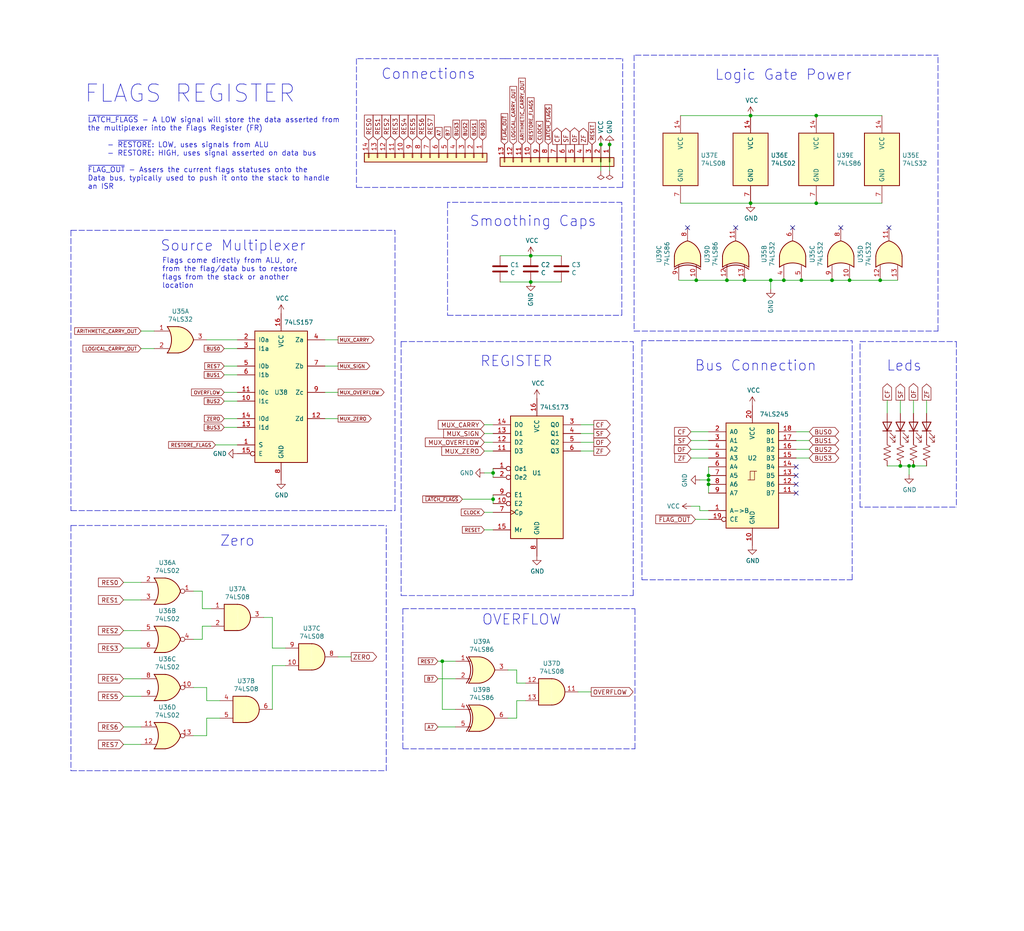
<source format=kicad_sch>
(kicad_sch (version 20211123) (generator eeschema)
  (paper "User" 297.002 270.002)
  (title_block (title "Flags Register") (date "2022-01-03") (rev "3") (company "theWickedWebDev/8-Bit-Computer") (comment 1 "For storing and asserting current flag statuses from ALU"))
  (lib_symbols
    (symbol "74xx:74LS02" (pin_names (offset 1.016))
      (property "Reference" "U" (at 0 1.27 0))
      (property "Value" "74LS02" (at 0 -1.27 0))
      (symbol "74LS02_1_1"
        (pin output inverted (at 7.62 0 180) (length 3.81) (name "~") (number "1"))
        (pin input line (at -7.62 2.54 0) (length 4.318) (name "~") (number "2"))
        (pin input line (at -7.62 -2.54 0) (length 4.318) (name "~") (number "3"))
      )
      (symbol "74LS02_1_2"
        (pin output line (at 7.62 0 180) (length 3.81) (name "~") (number "1"))
        (pin input inverted (at -7.62 2.54 0) (length 3.81) (name "~") (number "2"))
        (pin input inverted (at -7.62 -2.54 0) (length 3.81) (name "~") (number "3"))
      )
      (symbol "74LS02_2_1"
        (pin output inverted (at 7.62 0 180) (length 3.81) (name "~") (number "4"))
        (pin input line (at -7.62 2.54 0) (length 4.318) (name "~") (number "5"))
        (pin input line (at -7.62 -2.54 0) (length 4.318) (name "~") (number "6"))
      )
      (symbol "74LS02_2_2"
        (pin output line (at 7.62 0 180) (length 3.81) (name "~") (number "4"))
        (pin input inverted (at -7.62 2.54 0) (length 3.81) (name "~") (number "5"))
        (pin input inverted (at -7.62 -2.54 0) (length 3.81) (name "~") (number "6"))
      )
      (symbol "74LS02_3_1"
        (pin output inverted (at 7.62 0 180) (length 3.81) (name "~") (number "10"))
        (pin input line (at -7.62 2.54 0) (length 4.318) (name "~") (number "8"))
        (pin input line (at -7.62 -2.54 0) (length 4.318) (name "~") (number "9"))
      )
      (symbol "74LS02_3_2"
        (pin output line (at 7.62 0 180) (length 3.81) (name "~") (number "10"))
        (pin input inverted (at -7.62 2.54 0) (length 3.81) (name "~") (number "8"))
        (pin input inverted (at -7.62 -2.54 0) (length 3.81) (name "~") (number "9"))
      )
      (symbol "74LS02_4_1"
        (pin input line (at -7.62 2.54 0) (length 4.318) (name "~") (number "11"))
        (pin input line (at -7.62 -2.54 0) (length 4.318) (name "~") (number "12"))
        (pin output inverted (at 7.62 0 180) (length 3.81) (name "~") (number "13"))
      )
      (symbol "74LS02_4_2"
        (pin input inverted (at -7.62 2.54 0) (length 3.81) (name "~") (number "11"))
        (pin input inverted (at -7.62 -2.54 0) (length 3.81) (name "~") (number "12"))
        (pin output line (at 7.62 0 180) (length 3.81) (name "~") (number "13"))
      )
      (symbol "74LS02_5_0"
        (pin power_in line (at 0 12.7 270) (length 5.08) (name "VCC") (number "14"))
        (pin power_in line (at 0 -12.7 90) (length 5.08) (name "GND") (number "7"))
      )
    )
    (symbol "74xx:74LS08" (pin_names (offset 1.016))
      (property "Reference" "U" (at 0 1.27 0))
      (property "Value" "74LS08" (at 0 -1.27 0))
      (symbol "74LS08_1_1"
        (pin input line (at -7.62 2.54 0) (length 3.81) (name "~") (number "1"))
        (pin input line (at -7.62 -2.54 0) (length 3.81) (name "~") (number "2"))
        (pin output line (at 7.62 0 180) (length 3.81) (name "~") (number "3"))
      )
      (symbol "74LS08_1_2"
        (pin input inverted (at -7.62 2.54 0) (length 4.318) (name "~") (number "1"))
        (pin input inverted (at -7.62 -2.54 0) (length 4.318) (name "~") (number "2"))
        (pin output inverted (at 7.62 0 180) (length 3.81) (name "~") (number "3"))
      )
      (symbol "74LS08_2_1"
        (pin input line (at -7.62 2.54 0) (length 3.81) (name "~") (number "4"))
        (pin input line (at -7.62 -2.54 0) (length 3.81) (name "~") (number "5"))
        (pin output line (at 7.62 0 180) (length 3.81) (name "~") (number "6"))
      )
      (symbol "74LS08_2_2"
        (pin input inverted (at -7.62 2.54 0) (length 4.318) (name "~") (number "4"))
        (pin input inverted (at -7.62 -2.54 0) (length 4.318) (name "~") (number "5"))
        (pin output inverted (at 7.62 0 180) (length 3.81) (name "~") (number "6"))
      )
      (symbol "74LS08_3_1"
        (pin input line (at -7.62 -2.54 0) (length 3.81) (name "~") (number "10"))
        (pin output line (at 7.62 0 180) (length 3.81) (name "~") (number "8"))
        (pin input line (at -7.62 2.54 0) (length 3.81) (name "~") (number "9"))
      )
      (symbol "74LS08_3_2"
        (pin input inverted (at -7.62 -2.54 0) (length 4.318) (name "~") (number "10"))
        (pin output inverted (at 7.62 0 180) (length 3.81) (name "~") (number "8"))
        (pin input inverted (at -7.62 2.54 0) (length 4.318) (name "~") (number "9"))
      )
      (symbol "74LS08_4_1"
        (pin output line (at 7.62 0 180) (length 3.81) (name "~") (number "11"))
        (pin input line (at -7.62 2.54 0) (length 3.81) (name "~") (number "12"))
        (pin input line (at -7.62 -2.54 0) (length 3.81) (name "~") (number "13"))
      )
      (symbol "74LS08_4_2"
        (pin output inverted (at 7.62 0 180) (length 3.81) (name "~") (number "11"))
        (pin input inverted (at -7.62 2.54 0) (length 4.318) (name "~") (number "12"))
        (pin input inverted (at -7.62 -2.54 0) (length 4.318) (name "~") (number "13"))
      )
      (symbol "74LS08_5_0"
        (pin power_in line (at 0 12.7 270) (length 5.08) (name "VCC") (number "14"))
        (pin power_in line (at 0 -12.7 90) (length 5.08) (name "GND") (number "7"))
      )
    )
    (symbol "74xx:74LS157" (pin_names (offset 1.016))
      (property "Reference" "U" (at -7.62 19.05 0))
      (property "Value" "74LS157" (at -7.62 -21.59 0))
      (symbol "74LS157_1_0"
        (pin input line (at -12.7 -15.24 0) (length 5.08) (name "S") (number "1"))
        (pin input line (at -12.7 -2.54 0) (length 5.08) (name "I1c") (number "10"))
        (pin input line (at -12.7 0 0) (length 5.08) (name "I0c") (number "11"))
        (pin output line (at 12.7 -7.62 180) (length 5.08) (name "Zd") (number "12"))
        (pin input line (at -12.7 -10.16 0) (length 5.08) (name "I1d") (number "13"))
        (pin input line (at -12.7 -7.62 0) (length 5.08) (name "I0d") (number "14"))
        (pin input inverted (at -12.7 -17.78 0) (length 5.08) (name "E") (number "15"))
        (pin power_in line (at 0 22.86 270) (length 5.08) (name "VCC") (number "16"))
        (pin input line (at -12.7 15.24 0) (length 5.08) (name "I0a") (number "2"))
        (pin input line (at -12.7 12.7 0) (length 5.08) (name "I1a") (number "3"))
        (pin output line (at 12.7 15.24 180) (length 5.08) (name "Za") (number "4"))
        (pin input line (at -12.7 7.62 0) (length 5.08) (name "I0b") (number "5"))
        (pin input line (at -12.7 5.08 0) (length 5.08) (name "I1b") (number "6"))
        (pin output line (at 12.7 7.62 180) (length 5.08) (name "Zb") (number "7"))
        (pin power_in line (at 0 -25.4 90) (length 5.08) (name "GND") (number "8"))
        (pin output line (at 12.7 0 180) (length 5.08) (name "Zc") (number "9"))
      )
    )
    (symbol "74xx:74LS173" (pin_names (offset 1.016))
      (property "Reference" "U" (at -7.62 19.05 0))
      (property "Value" "74LS173" (at -7.62 -19.05 0))
      (symbol "74LS173_1_0"
        (pin input inverted (at -12.7 2.54 0) (length 5.08) (name "Oe1") (number "1"))
        (pin input inverted (at -12.7 -7.62 0) (length 5.08) (name "E2") (number "10"))
        (pin input line (at -12.7 7.62 0) (length 5.08) (name "D3") (number "11"))
        (pin input line (at -12.7 10.16 0) (length 5.08) (name "D2") (number "12"))
        (pin input line (at -12.7 12.7 0) (length 5.08) (name "D1") (number "13"))
        (pin input line (at -12.7 15.24 0) (length 5.08) (name "D0") (number "14"))
        (pin input line (at -12.7 -15.24 0) (length 5.08) (name "Mr") (number "15"))
        (pin power_in line (at 0 22.86 270) (length 5.08) (name "VCC") (number "16"))
        (pin input inverted (at -12.7 0 0) (length 5.08) (name "Oe2") (number "2"))
        (pin tri_state line (at 12.7 15.24 180) (length 5.08) (name "Q0") (number "3"))
        (pin tri_state line (at 12.7 12.7 180) (length 5.08) (name "Q1") (number "4"))
        (pin tri_state line (at 12.7 10.16 180) (length 5.08) (name "Q2") (number "5"))
        (pin tri_state line (at 12.7 7.62 180) (length 5.08) (name "Q3") (number "6"))
        (pin input clock (at -12.7 -10.16 0) (length 5.08) (name "Cp") (number "7"))
        (pin power_in line (at 0 -22.86 90) (length 5.08) (name "GND") (number "8"))
        (pin input inverted (at -12.7 -5.08 0) (length 5.08) (name "E1") (number "9"))
      )
    )
    (symbol "74xx:74LS245" (pin_names (offset 1.016))
      (property "Reference" "U" (at -7.62 16.51 0))
      (property "Value" "74LS245" (at -7.62 -16.51 0))
      (symbol "74LS245_1_0"
        (pin input line (at -12.7 -10.16 0) (length 5.08) (name "A->B") (number "1"))
        (pin power_in line (at 0 -20.32 90) (length 5.08) (name "GND") (number "10"))
        (pin tri_state line (at 12.7 -5.08 180) (length 5.08) (name "B7") (number "11"))
        (pin tri_state line (at 12.7 -2.54 180) (length 5.08) (name "B6") (number "12"))
        (pin tri_state line (at 12.7 0 180) (length 5.08) (name "B5") (number "13"))
        (pin tri_state line (at 12.7 2.54 180) (length 5.08) (name "B4") (number "14"))
        (pin tri_state line (at 12.7 5.08 180) (length 5.08) (name "B3") (number "15"))
        (pin tri_state line (at 12.7 7.62 180) (length 5.08) (name "B2") (number "16"))
        (pin tri_state line (at 12.7 10.16 180) (length 5.08) (name "B1") (number "17"))
        (pin tri_state line (at 12.7 12.7 180) (length 5.08) (name "B0") (number "18"))
        (pin input inverted (at -12.7 -12.7 0) (length 5.08) (name "CE") (number "19"))
        (pin tri_state line (at -12.7 12.7 0) (length 5.08) (name "A0") (number "2"))
        (pin power_in line (at 0 20.32 270) (length 5.08) (name "VCC") (number "20"))
        (pin tri_state line (at -12.7 10.16 0) (length 5.08) (name "A1") (number "3"))
        (pin tri_state line (at -12.7 7.62 0) (length 5.08) (name "A2") (number "4"))
        (pin tri_state line (at -12.7 5.08 0) (length 5.08) (name "A3") (number "5"))
        (pin tri_state line (at -12.7 2.54 0) (length 5.08) (name "A4") (number "6"))
        (pin tri_state line (at -12.7 0 0) (length 5.08) (name "A5") (number "7"))
        (pin tri_state line (at -12.7 -2.54 0) (length 5.08) (name "A6") (number "8"))
        (pin tri_state line (at -12.7 -5.08 0) (length 5.08) (name "A7") (number "9"))
      )
    )
    (symbol "74xx:74LS32" (pin_names (offset 1.016))
      (property "Reference" "U" (at 0 1.27 0))
      (property "Value" "74LS32" (at 0 -1.27 0))
      (symbol "74LS32_1_1"
        (pin input line (at -7.62 2.54 0) (length 4.318) (name "~") (number "1"))
        (pin input line (at -7.62 -2.54 0) (length 4.318) (name "~") (number "2"))
        (pin output line (at 7.62 0 180) (length 3.81) (name "~") (number "3"))
      )
      (symbol "74LS32_1_2"
        (pin input inverted (at -7.62 2.54 0) (length 3.81) (name "~") (number "1"))
        (pin input inverted (at -7.62 -2.54 0) (length 3.81) (name "~") (number "2"))
        (pin output inverted (at 7.62 0 180) (length 3.81) (name "~") (number "3"))
      )
      (symbol "74LS32_2_1"
        (pin input line (at -7.62 2.54 0) (length 4.318) (name "~") (number "4"))
        (pin input line (at -7.62 -2.54 0) (length 4.318) (name "~") (number "5"))
        (pin output line (at 7.62 0 180) (length 3.81) (name "~") (number "6"))
      )
      (symbol "74LS32_2_2"
        (pin input inverted (at -7.62 2.54 0) (length 3.81) (name "~") (number "4"))
        (pin input inverted (at -7.62 -2.54 0) (length 3.81) (name "~") (number "5"))
        (pin output inverted (at 7.62 0 180) (length 3.81) (name "~") (number "6"))
      )
      (symbol "74LS32_3_1"
        (pin input line (at -7.62 -2.54 0) (length 4.318) (name "~") (number "10"))
        (pin output line (at 7.62 0 180) (length 3.81) (name "~") (number "8"))
        (pin input line (at -7.62 2.54 0) (length 4.318) (name "~") (number "9"))
      )
      (symbol "74LS32_3_2"
        (pin input inverted (at -7.62 -2.54 0) (length 3.81) (name "~") (number "10"))
        (pin output inverted (at 7.62 0 180) (length 3.81) (name "~") (number "8"))
        (pin input inverted (at -7.62 2.54 0) (length 3.81) (name "~") (number "9"))
      )
      (symbol "74LS32_4_1"
        (pin output line (at 7.62 0 180) (length 3.81) (name "~") (number "11"))
        (pin input line (at -7.62 2.54 0) (length 4.318) (name "~") (number "12"))
        (pin input line (at -7.62 -2.54 0) (length 4.318) (name "~") (number "13"))
      )
      (symbol "74LS32_4_2"
        (pin output inverted (at 7.62 0 180) (length 3.81) (name "~") (number "11"))
        (pin input inverted (at -7.62 2.54 0) (length 3.81) (name "~") (number "12"))
        (pin input inverted (at -7.62 -2.54 0) (length 3.81) (name "~") (number "13"))
      )
      (symbol "74LS32_5_0"
        (pin power_in line (at 0 12.7 270) (length 5.08) (name "VCC") (number "14"))
        (pin power_in line (at 0 -12.7 90) (length 5.08) (name "GND") (number "7"))
      )
    )
    (symbol "74xx:74LS86" (pin_names (offset 1.016))
      (property "Reference" "U" (at 0 1.27 0))
      (property "Value" "74LS86" (at 0 -1.27 0))
      (symbol "74LS86_1_0"
        (pin input line (at -7.62 2.54 0) (length 4.445) (name "~") (number "1"))
        (pin input line (at -7.62 -2.54 0) (length 4.445) (name "~") (number "2"))
        (pin output line (at 7.62 0 180) (length 3.81) (name "~") (number "3"))
      )
      (symbol "74LS86_2_0"
        (pin input line (at -7.62 2.54 0) (length 4.445) (name "~") (number "4"))
        (pin input line (at -7.62 -2.54 0) (length 4.445) (name "~") (number "5"))
        (pin output line (at 7.62 0 180) (length 3.81) (name "~") (number "6"))
      )
      (symbol "74LS86_3_0"
        (pin input line (at -7.62 -2.54 0) (length 4.445) (name "~") (number "10"))
        (pin output line (at 7.62 0 180) (length 3.81) (name "~") (number "8"))
        (pin input line (at -7.62 2.54 0) (length 4.445) (name "~") (number "9"))
      )
      (symbol "74LS86_4_0"
        (pin output line (at 7.62 0 180) (length 3.81) (name "~") (number "11"))
        (pin input line (at -7.62 2.54 0) (length 4.445) (name "~") (number "12"))
        (pin input line (at -7.62 -2.54 0) (length 4.445) (name "~") (number "13"))
      )
      (symbol "74LS86_5_0"
        (pin power_in line (at 0 12.7 270) (length 5.08) (name "VCC") (number "14"))
        (pin power_in line (at 0 -12.7 90) (length 5.08) (name "GND") (number "7"))
      )
    )
    (symbol "Connector_Generic:Conn_01x13" (pin_names (offset 1.016) hide)
      (property "Reference" "J" (at 0 17.78 0))
      (property "Value" "Conn_01x13" (at 0 -17.78 0))
      (symbol "Conn_01x13_1_1"
        (pin passive line (at -5.08 15.24 0) (length 3.81) (name "Pin_1") (number "1"))
        (pin passive line (at -5.08 -7.62 0) (length 3.81) (name "Pin_10") (number "10"))
        (pin passive line (at -5.08 -10.16 0) (length 3.81) (name "Pin_11") (number "11"))
        (pin passive line (at -5.08 -12.7 0) (length 3.81) (name "Pin_12") (number "12"))
        (pin passive line (at -5.08 -15.24 0) (length 3.81) (name "Pin_13") (number "13"))
        (pin passive line (at -5.08 12.7 0) (length 3.81) (name "Pin_2") (number "2"))
        (pin passive line (at -5.08 10.16 0) (length 3.81) (name "Pin_3") (number "3"))
        (pin passive line (at -5.08 7.62 0) (length 3.81) (name "Pin_4") (number "4"))
        (pin passive line (at -5.08 5.08 0) (length 3.81) (name "Pin_5") (number "5"))
        (pin passive line (at -5.08 2.54 0) (length 3.81) (name "Pin_6") (number "6"))
        (pin passive line (at -5.08 0 0) (length 3.81) (name "Pin_7") (number "7"))
        (pin passive line (at -5.08 -2.54 0) (length 3.81) (name "Pin_8") (number "8"))
        (pin passive line (at -5.08 -5.08 0) (length 3.81) (name "Pin_9") (number "9"))
      )
    )
    (symbol "Connector_Generic:Conn_01x14" (pin_names (offset 1.016) hide)
      (property "Reference" "J" (at 0 17.78 0))
      (property "Value" "Conn_01x14" (at 0 -20.32 0))
      (symbol "Conn_01x14_1_1"
        (pin passive line (at -5.08 15.24 0) (length 3.81) (name "Pin_1") (number "1"))
        (pin passive line (at -5.08 -7.62 0) (length 3.81) (name "Pin_10") (number "10"))
        (pin passive line (at -5.08 -10.16 0) (length 3.81) (name "Pin_11") (number "11"))
        (pin passive line (at -5.08 -12.7 0) (length 3.81) (name "Pin_12") (number "12"))
        (pin passive line (at -5.08 -15.24 0) (length 3.81) (name "Pin_13") (number "13"))
        (pin passive line (at -5.08 -17.78 0) (length 3.81) (name "Pin_14") (number "14"))
        (pin passive line (at -5.08 12.7 0) (length 3.81) (name "Pin_2") (number "2"))
        (pin passive line (at -5.08 10.16 0) (length 3.81) (name "Pin_3") (number "3"))
        (pin passive line (at -5.08 7.62 0) (length 3.81) (name "Pin_4") (number "4"))
        (pin passive line (at -5.08 5.08 0) (length 3.81) (name "Pin_5") (number "5"))
        (pin passive line (at -5.08 2.54 0) (length 3.81) (name "Pin_6") (number "6"))
        (pin passive line (at -5.08 0 0) (length 3.81) (name "Pin_7") (number "7"))
        (pin passive line (at -5.08 -2.54 0) (length 3.81) (name "Pin_8") (number "8"))
        (pin passive line (at -5.08 -5.08 0) (length 3.81) (name "Pin_9") (number "9"))
      )
    )
    (symbol "Device:C" (pin_numbers hide) (pin_names (offset 0.254))
      (property "Reference" "C" (at 0.635 2.54 0))
      (property "Value" "C" (at 0.635 -2.54 0))
      (symbol "C_1_1"
        (pin passive line (at 0 3.81 270) (length 2.794) (name "~") (number "1"))
        (pin passive line (at 0 -3.81 90) (length 2.794) (name "~") (number "2"))
      )
    )
    (symbol "Device:LED" (pin_numbers hide) (pin_names (offset 1.016) hide)
      (property "Reference" "D" (at 0 2.54 0))
      (property "Value" "LED" (at 0 -2.54 0))
      (symbol "LED_1_1"
        (pin passive line (at -3.81 0 0) (length 2.54) (name "K") (number "1"))
        (pin passive line (at 3.81 0 180) (length 2.54) (name "A") (number "2"))
      )
    )
    (symbol "Device:R_US" (pin_numbers hide) (pin_names (offset 0))
      (property "Reference" "R" (at 2.54 0 90))
      (property "Value" "R_US" (at -2.54 0 90))
      (symbol "R_US_1_1"
        (pin passive line (at 0 3.81 270) (length 1.27) (name "~") (number "1"))
        (pin passive line (at 0 -3.81 90) (length 1.27) (name "~") (number "2"))
      )
    )
    (symbol "power:GND" (power) (pin_names (offset 0))
      (property "Value" "GND" (at 0 -3.81 0))
      (symbol "GND_1_1"
        (pin power_in line (at 0 0 270) (length 0) hide (name "GND") (number "1"))
      )
    )
    (symbol "power:PWR_FLAG" (power) (pin_numbers hide) (pin_names (offset 0) hide)
      (property "Value" "PWR_FLAG" (at 0 3.81 0))
      (symbol "PWR_FLAG_0_0"
        (pin power_out line (at 0 0 90) (length 0) (name "pwr") (number "1"))
      )
    )
    (symbol "power:VCC" (power) (pin_names (offset 0))
      (property "Value" "VCC" (at 0 3.81 0))
      (symbol "VCC_1_1"
        (pin power_in line (at 0 0 90) (length 0) hide (name "VCC") (number "1"))
      )
    )
  )
  (junction (at 223.52 81.28))
  (junction (at 215.9 81.28))
  (junction (at 128.27 191.77))
  (junction (at 201.93 81.28))
  (junction (at 227.33 81.28))
  (junction (at 255.27 81.28))
  (junction (at 205.486 137.922))
  (junction (at 246.38 81.28))
  (junction (at 264.922 135.128))
  (junction (at 217.678 58.928))
  (junction (at 176.784 41.91))
  (junction (at 153.924 81.788))
  (junction (at 205.486 139.192))
  (junction (at 174.244 41.91))
  (junction (at 236.728 58.928))
  (junction (at 210.82 81.28))
  (junction (at 261.112 135.128))
  (junction (at 143.002 137.16))
  (junction (at 153.924 74.168))
  (junction (at 236.728 33.528))
  (junction (at 263.652 135.128))
  (junction (at 205.486 140.462))
  (junction (at 217.678 33.528))
  (junction (at 241.3 81.28))
  (junction (at 143.002 144.78))
  (junction (at 232.41 81.28))
  (no_connect (at 230.886 140.462))
  (no_connect (at 213.36 66.04))
  (no_connect (at 230.886 143.002))
  (no_connect (at 243.84 66.04))
  (no_connect (at 257.81 66.04))
  (no_connect (at 230.886 135.382))
  (no_connect (at 230.886 137.922))
  (no_connect (at 199.39 66.04))
  (no_connect (at 229.87 66.04))
  (wire (pts (xy 223.52 81.28) (xy 223.52 83.82)))
  (polyline (pts (xy 180.594 54.356) (xy 180.594 17.018)))
  (wire (pts (xy 58.674 185.42) (xy 56.134 185.42)))
  (polyline (pts (xy 229.616 16.002) (xy 272.034 16.002)))
  (wire (pts (xy 140.462 128.27) (xy 143.002 128.27)))
  (polyline (pts (xy 186.182 168.148) (xy 247.142 168.148)))
  (wire (pts (xy 149.86 208.28) (xy 147.32 208.28)))
  (wire (pts (xy 98.044 121.412) (xy 94.234 121.412)))
  (wire (pts (xy 227.33 81.28) (xy 232.41 81.28)))
  (wire (pts (xy 143.002 143.51) (xy 143.002 144.78)))
  (polyline (pts (xy 20.574 223.52) (xy 112.014 223.52)))
  (wire (pts (xy 230.886 125.222) (xy 234.696 125.222)))
  (wire (pts (xy 127 196.85) (xy 132.08 196.85)))
  (polyline (pts (xy 219.456 98.806) (xy 186.182 98.806)))
  (polyline (pts (xy 129.794 91.44) (xy 180.34 91.44)))
  (polyline (pts (xy 146.558 17.018) (xy 180.594 17.018)))
  (wire (pts (xy 40.894 101.092) (xy 44.704 101.092)))
  (wire (pts (xy 35.814 168.91) (xy 40.894 168.91)))
  (wire (pts (xy 202.946 146.812) (xy 202.946 148.082)))
  (wire (pts (xy 215.9 81.28) (xy 223.52 81.28)))
  (wire (pts (xy 197.358 58.928) (xy 217.678 58.928)))
  (wire (pts (xy 35.814 196.85) (xy 40.894 196.85)))
  (wire (pts (xy 230.886 127.762) (xy 234.696 127.762)))
  (wire (pts (xy 58.674 171.45) (xy 58.674 176.53)))
  (wire (pts (xy 59.944 208.28) (xy 59.944 213.36)))
  (polyline (pts (xy 184.15 217.17) (xy 184.15 176.53)))
  (polyline (pts (xy 116.332 99.06) (xy 116.332 172.72)))
  (polyline (pts (xy 116.84 176.53) (xy 184.15 176.53)))
  (wire (pts (xy 65.024 101.092) (xy 68.834 101.092)))
  (wire (pts (xy 149.86 198.12) (xy 149.86 194.31)))
  (wire (pts (xy 196.85 81.28) (xy 201.93 81.28)))
  (wire (pts (xy 65.024 116.332) (xy 68.834 116.332)))
  (wire (pts (xy 56.134 171.45) (xy 58.674 171.45)))
  (wire (pts (xy 205.486 140.462) (xy 205.486 143.002)))
  (wire (pts (xy 172.212 130.81) (xy 168.402 130.81)))
  (wire (pts (xy 200.406 146.812) (xy 202.946 146.812)))
  (wire (pts (xy 268.732 116.078) (xy 268.732 119.888)))
  (wire (pts (xy 162.814 74.168) (xy 153.924 74.168)))
  (polyline (pts (xy 160.528 58.674) (xy 180.34 58.674)))
  (wire (pts (xy 200.406 127.762) (xy 205.486 127.762)))
  (polyline (pts (xy 186.182 98.806) (xy 186.182 168.148)))
  (wire (pts (xy 171.45 200.66) (xy 167.64 200.66)))
  (wire (pts (xy 268.732 135.128) (xy 264.922 135.128)))
  (wire (pts (xy 255.27 81.28) (xy 260.35 81.28)))
  (wire (pts (xy 149.86 194.31) (xy 147.32 194.31)))
  (wire (pts (xy 78.994 193.04) (xy 78.994 205.74)))
  (wire (pts (xy 65.024 106.172) (xy 68.834 106.172)))
  (polyline (pts (xy 160.274 58.674) (xy 129.794 58.674)))
  (polyline (pts (xy 249.428 147.066) (xy 249.428 99.06)))
  (polyline (pts (xy 112.014 223.52) (xy 112.014 152.4)))
  (wire (pts (xy 263.652 135.128) (xy 261.112 135.128)))
  (polyline (pts (xy 20.574 148.082) (xy 114.554 148.082)))
  (wire (pts (xy 35.814 215.9) (xy 40.894 215.9)))
  (wire (pts (xy 200.406 132.842) (xy 205.486 132.842)))
  (wire (pts (xy 35.814 173.99) (xy 40.894 173.99)))
  (wire (pts (xy 200.406 125.222) (xy 205.486 125.222)))
  (polyline (pts (xy 103.378 54.356) (xy 180.594 54.356)))
  (polyline (pts (xy 129.794 58.674) (xy 129.794 91.44)))
  (wire (pts (xy 263.652 137.668) (xy 263.652 135.128)))
  (wire (pts (xy 63.754 208.28) (xy 59.944 208.28)))
  (wire (pts (xy 98.044 113.792) (xy 94.234 113.792)))
  (polyline (pts (xy 116.332 99.06) (xy 183.642 99.06)))
  (wire (pts (xy 98.044 190.5) (xy 101.854 190.5)))
  (wire (pts (xy 217.678 33.528) (xy 236.728 33.528)))
  (wire (pts (xy 149.86 203.2) (xy 149.86 208.28)))
  (wire (pts (xy 205.486 137.922) (xy 205.486 135.382)))
  (polyline (pts (xy 114.554 148.082) (xy 114.554 66.802)))
  (wire (pts (xy 241.3 81.28) (xy 246.38 81.28)))
  (polyline (pts (xy 116.84 176.53) (xy 116.84 217.17)))
  (wire (pts (xy 140.462 148.59) (xy 143.002 148.59)))
  (wire (pts (xy 205.486 139.192) (xy 205.486 137.922)))
  (wire (pts (xy 200.406 130.302) (xy 205.486 130.302)))
  (wire (pts (xy 59.944 98.552) (xy 68.834 98.552)))
  (polyline (pts (xy 146.558 17.018) (xy 103.378 17.018)))
  (wire (pts (xy 264.922 119.888) (xy 264.922 116.078)))
  (polyline (pts (xy 249.428 99.06) (xy 277.368 99.06)))
  (wire (pts (xy 172.212 125.73) (xy 168.402 125.73)))
  (wire (pts (xy 59.944 213.36) (xy 56.134 213.36)))
  (wire (pts (xy 58.674 176.53) (xy 61.214 176.53)))
  (wire (pts (xy 257.302 116.078) (xy 257.302 119.888)))
  (polyline (pts (xy 229.362 16.002) (xy 183.896 16.002)))
  (wire (pts (xy 264.922 135.128) (xy 263.652 135.128)))
  (wire (pts (xy 35.814 187.96) (xy 40.894 187.96)))
  (wire (pts (xy 140.462 130.81) (xy 143.002 130.81)))
  (wire (pts (xy 261.112 135.128) (xy 257.302 135.128)))
  (wire (pts (xy 143.002 144.78) (xy 143.002 146.05)))
  (wire (pts (xy 143.002 135.89) (xy 143.002 137.16)))
  (polyline (pts (xy 20.574 66.802) (xy 114.554 66.802)))
  (polyline (pts (xy 116.84 217.17) (xy 184.15 217.17)))
  (wire (pts (xy 98.044 98.552) (xy 94.234 98.552)))
  (wire (pts (xy 128.27 191.77) (xy 128.27 205.74)))
  (wire (pts (xy 236.728 33.528) (xy 255.778 33.528)))
  (wire (pts (xy 217.678 58.928) (xy 236.728 58.928)))
  (wire (pts (xy 202.946 139.192) (xy 205.486 139.192)))
  (wire (pts (xy 143.002 137.16) (xy 143.002 138.43)))
  (wire (pts (xy 168.402 128.27) (xy 172.212 128.27)))
  (wire (pts (xy 128.27 205.74) (xy 132.08 205.74)))
  (wire (pts (xy 230.886 130.302) (xy 234.696 130.302)))
  (wire (pts (xy 246.38 81.28) (xy 255.27 81.28)))
  (wire (pts (xy 35.814 210.82) (xy 40.894 210.82)))
  (polyline (pts (xy 183.642 172.72) (xy 183.642 99.06)))
  (polyline (pts (xy 219.202 98.806) (xy 247.142 98.806)))
  (polyline (pts (xy 247.142 168.148) (xy 247.142 98.806)))
  (wire (pts (xy 176.784 49.53) (xy 176.784 41.91)))
  (wire (pts (xy 153.924 74.168) (xy 145.034 74.168)))
  (wire (pts (xy 65.024 113.792) (xy 68.834 113.792)))
  (wire (pts (xy 223.52 81.28) (xy 227.33 81.28)))
  (wire (pts (xy 145.034 81.788) (xy 153.924 81.788)))
  (polyline (pts (xy 277.368 99.06) (xy 277.368 147.066)))
  (polyline (pts (xy 263.906 147.066) (xy 249.428 147.066)))
  (wire (pts (xy 255.778 58.928) (xy 236.728 58.928)))
  (wire (pts (xy 127 210.82) (xy 132.08 210.82)))
  (wire (pts (xy 261.112 116.078) (xy 261.112 119.888)))
  (wire (pts (xy 140.462 123.19) (xy 143.002 123.19)))
  (wire (pts (xy 140.462 137.16) (xy 143.002 137.16)))
  (wire (pts (xy 197.358 33.528) (xy 217.678 33.528)))
  (wire (pts (xy 201.93 81.28) (xy 210.82 81.28)))
  (wire (pts (xy 128.27 191.77) (xy 132.08 191.77)))
  (polyline (pts (xy 180.34 91.44) (xy 180.34 58.674)))
  (wire (pts (xy 174.244 41.91) (xy 174.244 49.53)))
  (wire (pts (xy 65.024 108.712) (xy 68.834 108.712)))
  (wire (pts (xy 210.82 81.28) (xy 215.9 81.28)))
  (wire (pts (xy 153.924 81.788) (xy 162.814 81.788)))
  (polyline (pts (xy 263.906 147.066) (xy 277.368 147.066)))
  (wire (pts (xy 59.944 203.2) (xy 63.754 203.2)))
  (wire (pts (xy 78.994 179.07) (xy 78.994 187.96)))
  (polyline (pts (xy 20.574 66.802) (xy 20.574 148.082)))
  (wire (pts (xy 59.944 199.39) (xy 59.944 203.2)))
  (wire (pts (xy 205.486 139.192) (xy 205.486 140.462)))
  (polyline (pts (xy 183.896 96.012) (xy 272.034 96.012)))
  (wire (pts (xy 44.704 96.012) (xy 40.894 96.012)))
  (wire (pts (xy 232.41 81.28) (xy 241.3 81.28)))
  (wire (pts (xy 76.454 179.07) (xy 78.994 179.07)))
  (wire (pts (xy 65.024 121.412) (xy 68.834 121.412)))
  (wire (pts (xy 78.994 187.96) (xy 82.804 187.96)))
  (polyline (pts (xy 20.574 152.4) (xy 112.014 152.4)))
  (wire (pts (xy 35.814 182.88) (xy 40.894 182.88)))
  (wire (pts (xy 152.4 198.12) (xy 149.86 198.12)))
  (wire (pts (xy 140.462 153.67) (xy 143.002 153.67)))
  (wire (pts (xy 65.024 123.952) (xy 68.834 123.952)))
  (wire (pts (xy 82.804 193.04) (xy 78.994 193.04)))
  (wire (pts (xy 58.674 181.61) (xy 58.674 185.42)))
  (wire (pts (xy 152.4 203.2) (xy 149.86 203.2)))
  (wire (pts (xy 61.214 181.61) (xy 58.674 181.61)))
  (wire (pts (xy 172.212 123.19) (xy 168.402 123.19)))
  (wire (pts (xy 202.946 148.082) (xy 205.486 148.082)))
  (polyline (pts (xy 103.378 17.018) (xy 103.378 54.356)))
  (polyline (pts (xy 20.574 152.4) (xy 20.574 223.52)))
  (wire (pts (xy 201.676 150.622) (xy 205.486 150.622)))
  (wire (pts (xy 143.002 144.78) (xy 134.112 144.78)))
  (wire (pts (xy 35.814 201.93) (xy 40.894 201.93)))
  (polyline (pts (xy 116.332 172.72) (xy 183.642 172.72)))
  (polyline (pts (xy 272.034 96.012) (xy 272.034 16.002)))
  (wire (pts (xy 230.886 132.842) (xy 234.696 132.842)))
  (wire (pts (xy 98.044 106.172) (xy 94.234 106.172)))
  (polyline (pts (xy 183.896 16.002) (xy 183.896 96.012)))
  (wire (pts (xy 127 191.77) (xy 128.27 191.77)))
  (wire (pts (xy 56.134 199.39) (xy 59.944 199.39)))
  (wire (pts (xy 140.462 125.73) (xy 143.002 125.73)))
  (wire (pts (xy 62.484 129.032) (xy 68.834 129.032)))
  (text "Source Multiplexer" (at 46.482 73.152 0) (effects (font (size 2.9972 2.9972)) (justify left bottom)))
  (text "Bus Connection" (at 201.422 107.95 0) (effects (font (size 2.9972 2.9972)) (justify left bottom)))
  (text "Smoothing Caps" (at 136.144 66.04 0) (effects (font (size 2.9972 2.9972)) (justify left bottom)))
  (text "~{LATCH_FLAGS} - A LOW signal will store the data asserted from\nthe multiplexer into the Flags Register (FR)\n\n	- ~{RESTORE}: LOW, uses signals from ALU\n	- RESTORE: HIGH, uses signal asserted on data bus\n\n~{FLAG_OUT} - Assers the current flags statuses onto the \nData bus, typically used to push it onto the stack to handle\nan ISR" (at 25.4 55.118 0) (effects (font (size 1.5 1.5)) (justify left bottom)))
  (text "Flags come directly from ALU, or,\nfrom the flag/data bus to restore\nflags from the stack or another\nlocation" (at 46.99 83.82 0) (effects (font (size 1.5 1.5)) (justify left bottom)))
  (text "Leds" (at 257.048 107.95 0) (effects (font (size 2.9972 2.9972)) (justify left bottom)))
  (text "Connections" (at 110.49 23.368 0) (effects (font (size 3 3)) (justify left bottom)))
  (text "Logic Gate Power" (at 207.264 23.622 0) (effects (font (size 2.9972 2.9972)) (justify left bottom)))
  (text "FLAGS REGISTER" (at 24.384 30.226 0) (effects (font (size 5.0038 5.0038)) (justify left bottom)))
  (text "REGISTER" (at 139.192 106.68 0) (effects (font (size 2.9972 2.9972)) (justify left bottom)))
  (text "OVERFLOW" (at 139.7 181.61 0) (effects (font (size 2.9972 2.9972)) (justify left bottom)))
  (text "Zero" (at 63.754 158.75 0) (effects (font (size 2.9972 2.9972)) (justify left bottom)))
  (global_label "ZF" (shape output) (at 172.212 130.81 0) (property "Intersheet References" "${INTERSHEET_REFS}" (effects hide)))
  (global_label "LOGICAL_CARRY_OUT" (shape input) (at 148.844 41.91 90) (effects (font (size 0.9906 0.9906))) (property "Intersheet References" "${INTERSHEET_REFS}" (effects hide)))
  (global_label "B7" (shape input) (at 127 196.85 180) (effects (font (size 0.9906 0.9906))) (property "Intersheet References" "${INTERSHEET_REFS}" (effects hide)))
  (global_label "BUS0" (shape input) (at 139.954 40.64 90) (effects (font (size 0.9906 0.9906))) (property "Intersheet References" "${INTERSHEET_REFS}" (effects hide)))
  (global_label "~{LATCH_FLAGS}" (shape input) (at 134.112 144.78 180) (effects (font (size 0.9906 0.9906))) (property "Intersheet References" "${INTERSHEET_REFS}" (effects hide)))
  (global_label "RESTORE_FLAGS" (shape input) (at 153.924 41.91 90) (effects (font (size 0.9906 0.9906))) (property "Intersheet References" "${INTERSHEET_REFS}" (effects hide)))
  (global_label "RES6" (shape input) (at 122.174 40.64 90) (property "Intersheet References" "${INTERSHEET_REFS}" (effects hide)))
  (global_label "CF" (shape output) (at 257.302 116.078 90) (property "Intersheet References" "${INTERSHEET_REFS}" (effects hide)))
  (global_label "OF" (shape output) (at 166.624 41.91 90) (property "Intersheet References" "${INTERSHEET_REFS}" (effects hide)))
  (global_label "BUS2" (shape tri_state) (at 234.696 130.302 0) (property "Intersheet References" "${INTERSHEET_REFS}" (effects hide)))
  (global_label "RES6" (shape input) (at 35.814 210.82 180) (property "Intersheet References" "${INTERSHEET_REFS}" (effects hide)))
  (global_label "SF" (shape input) (at 200.406 127.762 180) (property "Intersheet References" "${INTERSHEET_REFS}" (effects hide)))
  (global_label "CF" (shape input) (at 200.406 125.222 180) (property "Intersheet References" "${INTERSHEET_REFS}" (effects hide)))
  (global_label "MUX_ZERO" (shape input) (at 140.462 130.81 180) (property "Intersheet References" "${INTERSHEET_REFS}" (effects hide)))
  (global_label "BUS3" (shape input) (at 65.024 123.952 180) (effects (font (size 0.9906 0.9906))) (property "Intersheet References" "${INTERSHEET_REFS}" (effects hide)))
  (global_label "MUX_SIGN" (shape input) (at 140.462 125.73 180) (property "Intersheet References" "${INTERSHEET_REFS}" (effects hide)))
  (global_label "RES7" (shape input) (at 124.714 40.64 90) (property "Intersheet References" "${INTERSHEET_REFS}" (effects hide)))
  (global_label "~{LATCH_FLAGS}" (shape input) (at 159.004 41.91 90) (effects (font (size 0.9906 0.9906))) (property "Intersheet References" "${INTERSHEET_REFS}" (effects hide)))
  (global_label "RES2" (shape input) (at 112.014 40.64 90) (property "Intersheet References" "${INTERSHEET_REFS}" (effects hide)))
  (global_label "CF" (shape output) (at 161.544 41.91 90) (property "Intersheet References" "${INTERSHEET_REFS}" (effects hide)))
  (global_label "OF" (shape output) (at 264.922 116.078 90) (property "Intersheet References" "${INTERSHEET_REFS}" (effects hide)))
  (global_label "BUS3" (shape tri_state) (at 234.696 132.842 0) (property "Intersheet References" "${INTERSHEET_REFS}" (effects hide)))
  (global_label "ZF" (shape output) (at 268.732 116.078 90) (property "Intersheet References" "${INTERSHEET_REFS}" (effects hide)))
  (global_label "RES2" (shape input) (at 35.814 182.88 180) (property "Intersheet References" "${INTERSHEET_REFS}" (effects hide)))
  (global_label "ZERO" (shape output) (at 101.854 190.5 0) (property "Intersheet References" "${INTERSHEET_REFS}" (effects hide)))
  (global_label "~{FLAG_OUT}" (shape input) (at 201.676 150.622 180) (property "Intersheet References" "${INTERSHEET_REFS}" (effects hide)))
  (global_label "RESET" (shape input) (at 171.704 41.91 90) (effects (font (size 0.9906 0.9906))) (property "Intersheet References" "${INTERSHEET_REFS}" (effects hide)))
  (global_label "RES5" (shape input) (at 35.814 201.93 180) (property "Intersheet References" "${INTERSHEET_REFS}" (effects hide)))
  (global_label "A7" (shape input) (at 127 210.82 180) (effects (font (size 0.9906 0.9906))) (property "Intersheet References" "${INTERSHEET_REFS}" (effects hide)))
  (global_label "BUS0" (shape tri_state) (at 234.696 125.222 0) (property "Intersheet References" "${INTERSHEET_REFS}" (effects hide)))
  (global_label "MUX_OVERFLOW" (shape input) (at 140.462 128.27 180) (property "Intersheet References" "${INTERSHEET_REFS}" (effects hide)))
  (global_label "RES5" (shape input) (at 119.634 40.64 90) (property "Intersheet References" "${INTERSHEET_REFS}" (effects hide)))
  (global_label "~{FLAG_OUT}" (shape input) (at 146.304 41.91 90) (effects (font (size 0.9906 0.9906))) (property "Intersheet References" "${INTERSHEET_REFS}" (effects hide)))
  (global_label "B7" (shape input) (at 129.794 40.64 90) (effects (font (size 0.9906 0.9906))) (property "Intersheet References" "${INTERSHEET_REFS}" (effects hide)))
  (global_label "MUX_OVERFLOW" (shape output) (at 98.044 113.792 0) (effects (font (size 0.9906 0.9906))) (property "Intersheet References" "${INTERSHEET_REFS}" (effects hide)))
  (global_label "RES7" (shape input) (at 127 191.77 180) (effects (font (size 0.9906 0.9906))) (property "Intersheet References" "${INTERSHEET_REFS}" (effects hide)))
  (global_label "BUS1" (shape input) (at 65.024 108.712 180) (effects (font (size 0.9906 0.9906))) (property "Intersheet References" "${INTERSHEET_REFS}" (effects hide)))
  (global_label "BUS0" (shape input) (at 65.024 101.092 180) (effects (font (size 0.9906 0.9906))) (property "Intersheet References" "${INTERSHEET_REFS}" (effects hide)))
  (global_label "RES3" (shape input) (at 114.554 40.64 90) (property "Intersheet References" "${INTERSHEET_REFS}" (effects hide)))
  (global_label "RESET" (shape input) (at 140.462 153.67 180) (effects (font (size 0.9906 0.9906))) (property "Intersheet References" "${INTERSHEET_REFS}" (effects hide)))
  (global_label "BUS3" (shape input) (at 132.334 40.64 90) (effects (font (size 0.9906 0.9906))) (property "Intersheet References" "${INTERSHEET_REFS}" (effects hide)))
  (global_label "RES7" (shape input) (at 65.024 106.172 180) (effects (font (size 0.9906 0.9906))) (property "Intersheet References" "${INTERSHEET_REFS}" (effects hide)))
  (global_label "RES0" (shape input) (at 35.814 168.91 180) (property "Intersheet References" "${INTERSHEET_REFS}" (effects hide)))
  (global_label "ZF" (shape output) (at 169.164 41.91 90) (property "Intersheet References" "${INTERSHEET_REFS}" (effects hide)))
  (global_label "LOGICAL_CARRY_OUT" (shape input) (at 40.894 101.092 180) (effects (font (size 0.9906 0.9906))) (property "Intersheet References" "${INTERSHEET_REFS}" (effects hide)))
  (global_label "SF" (shape output) (at 164.084 41.91 90) (property "Intersheet References" "${INTERSHEET_REFS}" (effects hide)))
  (global_label "BUS2" (shape input) (at 134.874 40.64 90) (effects (font (size 0.9906 0.9906))) (property "Intersheet References" "${INTERSHEET_REFS}" (effects hide)))
  (global_label "RES0" (shape input) (at 106.934 40.64 90) (property "Intersheet References" "${INTERSHEET_REFS}" (effects hide)))
  (global_label "ZERO" (shape input) (at 65.024 121.412 180) (effects (font (size 0.9906 0.9906))) (property "Intersheet References" "${INTERSHEET_REFS}" (effects hide)))
  (global_label "OVERFLOW" (shape input) (at 65.024 113.792 180) (effects (font (size 0.9906 0.9906))) (property "Intersheet References" "${INTERSHEET_REFS}" (effects hide)))
  (global_label "BUS1" (shape tri_state) (at 234.696 127.762 0) (property "Intersheet References" "${INTERSHEET_REFS}" (effects hide)))
  (global_label "MUX_CARRY" (shape output) (at 98.044 98.552 0) (effects (font (size 0.9906 0.9906))) (property "Intersheet References" "${INTERSHEET_REFS}" (effects hide)))
  (global_label "OF" (shape output) (at 172.212 128.27 0) (property "Intersheet References" "${INTERSHEET_REFS}" (effects hide)))
  (global_label "MUX_SIGN" (shape output) (at 98.044 106.172 0) (effects (font (size 0.9906 0.9906))) (property "Intersheet References" "${INTERSHEET_REFS}" (effects hide)))
  (global_label "ARITHMETIC_CARRY_OUT" (shape input) (at 151.384 41.91 90) (effects (font (size 0.9906 0.9906))) (property "Intersheet References" "${INTERSHEET_REFS}" (effects hide)))
  (global_label "ZF" (shape input) (at 200.406 132.842 180) (property "Intersheet References" "${INTERSHEET_REFS}" (effects hide)))
  (global_label "BUS1" (shape input) (at 137.414 40.64 90) (effects (font (size 0.9906 0.9906))) (property "Intersheet References" "${INTERSHEET_REFS}" (effects hide)))
  (global_label "ARITHMETIC_CARRY_OUT" (shape input) (at 40.894 96.012 180) (effects (font (size 0.9906 0.9906))) (property "Intersheet References" "${INTERSHEET_REFS}" (effects hide)))
  (global_label "RES3" (shape input) (at 35.814 187.96 180) (property "Intersheet References" "${INTERSHEET_REFS}" (effects hide)))
  (global_label "RES1" (shape input) (at 109.474 40.64 90) (property "Intersheet References" "${INTERSHEET_REFS}" (effects hide)))
  (global_label "OF" (shape input) (at 200.406 130.302 180) (property "Intersheet References" "${INTERSHEET_REFS}" (effects hide)))
  (global_label "BUS2" (shape input) (at 65.024 116.332 180) (effects (font (size 0.9906 0.9906))) (property "Intersheet References" "${INTERSHEET_REFS}" (effects hide)))
  (global_label "MUX_ZERO" (shape output) (at 98.044 121.412 0) (effects (font (size 0.9906 0.9906))) (property "Intersheet References" "${INTERSHEET_REFS}" (effects hide)))
  (global_label "SF" (shape output) (at 261.112 116.078 90) (property "Intersheet References" "${INTERSHEET_REFS}" (effects hide)))
  (global_label "CF" (shape output) (at 172.212 123.19 0) (property "Intersheet References" "${INTERSHEET_REFS}" (effects hide)))
  (global_label "CLOCK" (shape input) (at 140.462 148.59 180) (effects (font (size 0.9906 0.9906))) (property "Intersheet References" "${INTERSHEET_REFS}" (effects hide)))
  (global_label "RES7" (shape input) (at 35.814 215.9 180) (property "Intersheet References" "${INTERSHEET_REFS}" (effects hide)))
  (global_label "A7" (shape input) (at 127.254 40.64 90) (effects (font (size 0.9906 0.9906))) (property "Intersheet References" "${INTERSHEET_REFS}" (effects hide)))
  (global_label "CLOCK" (shape input) (at 156.464 41.91 90) (effects (font (size 0.9906 0.9906))) (property "Intersheet References" "${INTERSHEET_REFS}" (effects hide)))
  (global_label "MUX_CARRY" (shape input) (at 140.462 123.19 180) (property "Intersheet References" "${INTERSHEET_REFS}" (effects hide)))
  (global_label "RES4" (shape input) (at 117.094 40.64 90) (property "Intersheet References" "${INTERSHEET_REFS}" (effects hide)))
  (global_label "RES4" (shape input) (at 35.814 196.85 180) (property "Intersheet References" "${INTERSHEET_REFS}" (effects hide)))
  (global_label "SF" (shape output) (at 172.212 125.73 0) (property "Intersheet References" "${INTERSHEET_REFS}" (effects hide)))
  (global_label "OVERFLOW" (shape output) (at 171.45 200.66 0) (property "Intersheet References" "${INTERSHEET_REFS}" (effects hide)))
  (global_label "RESTORE_FLAGS" (shape input) (at 62.484 129.032 180) (effects (font (size 0.9906 0.9906))) (property "Intersheet References" "${INTERSHEET_REFS}" (effects hide)))
  (global_label "RES1" (shape input) (at 35.814 173.99 180) (property "Intersheet References" "${INTERSHEET_REFS}" (effects hide)))
  (symbol (lib_id "74xx:74LS245") (at 218.186 137.922 0) (unit 1)
    (property "Reference" "U2" (at 218.186 132.842 0))
    (property "Value" "74LS245" (at 224.536 120.142 0))
    (property "Footprint" "Package_SO:TSSOP-20_4.4x6.5mm_P0.65mm" (effects hide))
    (property "Datasheet" "http://www.ti.com/lit/gpn/sn74LS245" (effects hide))
  )
  (symbol (lib_id "power:VCC") (at 218.186 117.602 0) (unit 1)
    (property "Reference" "#PWR0112" (effects hide))
    (property "Value" "VCC" (at 218.567 113.2078 0))
  )
  (symbol (lib_id "power:GND") (at 218.186 158.242 0) (unit 1)
    (property "Reference" "#PWR0113" (effects hide))
    (property "Value" "GND" (at 218.313 162.6362 0))
  )
  (symbol (lib_id "power:VCC") (at 200.406 146.812 90) (unit 1)
    (property "Reference" "#PWR0114" (effects hide))
    (property "Value" "VCC" (at 195.326 146.812 90))
  )
  (symbol (lib_id "power:GND") (at 202.946 139.192 270) (unit 1)
    (property "Reference" "#PWR0115" (effects hide))
    (property "Value" "GND" (at 198.5518 139.319 0))
  )
  (symbol (lib_id "74xx:74LS173") (at 155.702 138.43 0) (unit 1)
    (property "Reference" "U1" (at 155.702 137.16 0))
    (property "Value" "74LS173" (at 160.782 118.11 0))
    (property "Footprint" "Package_SO:TSSOP-16_4.4x5mm_P0.65mm" (effects hide))
    (property "Datasheet" "http://www.ti.com/lit/gpn/sn74LS173" (effects hide))
  )
  (symbol (lib_id "power:VCC") (at 155.702 115.57 0) (unit 1)
    (property "Reference" "#PWR0101" (effects hide))
    (property "Value" "VCC" (at 156.083 111.1758 0))
  )
  (symbol (lib_id "power:GND") (at 155.702 161.29 0) (unit 1)
    (property "Reference" "#PWR0102" (effects hide))
    (property "Value" "GND" (at 155.829 165.6842 0))
  )
  (symbol (lib_id "74xx:74LS02") (at 48.514 171.45 0) (unit 1)
    (property "Reference" "U36" (at 48.514 163.195 0))
    (property "Value" "74LS02" (at 48.514 165.5064 0))
    (property "Footprint" "Package_SO:TSSOP-14_4.4x5mm_P0.65mm" (effects hide))
    (property "Datasheet" "http://www.ti.com/lit/gpn/sn74ls02" (effects hide))
  )
  (symbol (lib_id "74xx:74LS02") (at 48.514 185.42 0) (unit 2)
    (property "Reference" "U36" (at 48.514 177.165 0))
    (property "Value" "74LS02" (at 48.514 179.4764 0))
    (property "Footprint" "Package_SO:TSSOP-14_4.4x5mm_P0.65mm" (effects hide))
    (property "Datasheet" "http://www.ti.com/lit/gpn/sn74ls02" (effects hide))
  )
  (symbol (lib_id "74xx:74LS02") (at 48.514 199.39 0) (unit 3)
    (property "Reference" "U36" (at 48.514 191.135 0))
    (property "Value" "74LS02" (at 48.514 193.4464 0))
    (property "Footprint" "Package_SO:TSSOP-14_4.4x5mm_P0.65mm" (effects hide))
    (property "Datasheet" "http://www.ti.com/lit/gpn/sn74ls02" (effects hide))
  )
  (symbol (lib_id "74xx:74LS02") (at 48.514 213.36 0) (unit 4)
    (property "Reference" "U36" (at 48.514 205.105 0))
    (property "Value" "74LS02" (at 48.514 207.4164 0))
    (property "Footprint" "Package_SO:TSSOP-14_4.4x5mm_P0.65mm" (effects hide))
    (property "Datasheet" "http://www.ti.com/lit/gpn/sn74ls02" (effects hide))
  )
  (symbol (lib_id "74xx:74LS02") (at 217.678 46.228 0) (unit 5)
    (property "Reference" "U36" (at 223.52 45.0596 0) (effects (justify left)))
    (property "Value" "74LS02" (at 223.52 47.371 0) (effects (justify left)))
    (property "Footprint" "Package_SO:TSSOP-14_4.4x5mm_P0.65mm" (effects hide))
    (property "Datasheet" "http://www.ti.com/lit/gpn/sn74ls02" (effects hide))
  )
  (symbol (lib_id "74xx:74LS08") (at 68.834 179.07 0) (unit 1)
    (property "Reference" "U37" (at 68.834 170.815 0))
    (property "Value" "74LS08" (at 68.834 173.1264 0))
    (property "Footprint" "Package_SO:TSSOP-14_4.4x5mm_P0.65mm" (effects hide))
    (property "Datasheet" "http://www.ti.com/lit/gpn/sn74LS08" (effects hide))
  )
  (symbol (lib_id "74xx:74LS08") (at 71.374 205.74 0) (unit 2)
    (property "Reference" "U37" (at 71.374 197.485 0))
    (property "Value" "74LS08" (at 71.374 199.7964 0))
    (property "Footprint" "Package_SO:TSSOP-14_4.4x5mm_P0.65mm" (effects hide))
    (property "Datasheet" "http://www.ti.com/lit/gpn/sn74LS08" (effects hide))
  )
  (symbol (lib_id "74xx:74LS08") (at 90.424 190.5 0) (unit 3)
    (property "Reference" "U37" (at 90.424 182.245 0))
    (property "Value" "74LS08" (at 90.424 184.5564 0))
    (property "Footprint" "Package_SO:TSSOP-14_4.4x5mm_P0.65mm" (effects hide))
    (property "Datasheet" "http://www.ti.com/lit/gpn/sn74LS08" (effects hide))
  )
  (symbol (lib_id "74xx:74LS08") (at 160.02 200.66 0) (unit 4)
    (property "Reference" "U37" (at 160.02 192.405 0))
    (property "Value" "74LS08" (at 160.02 194.7164 0))
    (property "Footprint" "Package_SO:TSSOP-14_4.4x5mm_P0.65mm" (effects hide))
    (property "Datasheet" "http://www.ti.com/lit/gpn/sn74LS08" (effects hide))
  )
  (symbol (lib_id "74xx:74LS08") (at 197.358 46.228 0) (unit 5)
    (property "Reference" "U37" (at 203.2 45.0596 0) (effects (justify left)))
    (property "Value" "74LS08" (at 203.2 47.371 0) (effects (justify left)))
    (property "Footprint" "Package_SO:TSSOP-14_4.4x5mm_P0.65mm" (effects hide))
    (property "Datasheet" "http://www.ti.com/lit/gpn/sn74LS08" (effects hide))
  )
  (symbol (lib_id "power:GND") (at 140.462 137.16 270) (unit 1)
    (property "Reference" "#PWR0103" (effects hide))
    (property "Value" "GND" (at 135.382 137.16 90))
  )
  (symbol (lib_id "74xx:74LS157") (at 81.534 113.792 0) (unit 1)
    (property "Reference" "U38" (at 81.534 113.792 0))
    (property "Value" "74LS157" (at 86.614 93.472 0))
    (property "Footprint" "Package_SO:TSSOP-16_4.4x5mm_P0.65mm" (effects hide))
    (property "Datasheet" "http://www.ti.com/lit/gpn/sn74LS157" (effects hide))
  )
  (symbol (lib_id "power:VCC") (at 81.534 90.932 0) (unit 1)
    (property "Reference" "#PWR0104" (effects hide))
    (property "Value" "VCC" (at 81.915 86.5378 0))
  )
  (symbol (lib_id "power:GND") (at 81.534 139.192 0) (unit 1)
    (property "Reference" "#PWR0105" (effects hide))
    (property "Value" "GND" (at 81.661 143.5862 0))
  )
  (symbol (lib_id "power:GND") (at 68.834 131.572 270) (unit 1)
    (property "Reference" "#PWR0106" (effects hide))
    (property "Value" "GND" (at 63.754 131.572 90))
  )
  (symbol (lib_id "74xx:74LS86") (at 139.7 194.31 0) (unit 1)
    (property "Reference" "U39" (at 139.7 186.055 0))
    (property "Value" "74LS86" (at 139.7 188.3664 0))
    (property "Footprint" "Package_SO:TSSOP-14_4.4x5mm_P0.65mm" (effects hide))
    (property "Datasheet" "74xx/74ls86.pdf" (effects hide))
  )
  (symbol (lib_id "74xx:74LS86") (at 139.7 208.28 0) (unit 2)
    (property "Reference" "U39" (at 139.7 200.025 0))
    (property "Value" "74LS86" (at 139.7 202.3364 0))
    (property "Footprint" "Package_SO:TSSOP-14_4.4x5mm_P0.65mm" (effects hide))
    (property "Datasheet" "74xx/74ls86.pdf" (effects hide))
  )
  (symbol (lib_id "74xx:74LS86") (at 199.39 73.66 90) (unit 3)
    (property "Reference" "U39" (at 191.135 73.66 0))
    (property "Value" "74LS86" (at 193.4464 73.66 0))
    (property "Footprint" "Package_SO:TSSOP-14_4.4x5mm_P0.65mm" (effects hide))
    (property "Datasheet" "74xx/74ls86.pdf" (effects hide))
  )
  (symbol (lib_id "74xx:74LS86") (at 213.36 73.66 90) (unit 4)
    (property "Reference" "U39" (at 205.105 73.66 0))
    (property "Value" "74LS86" (at 207.4164 73.66 0))
    (property "Footprint" "Package_SO:TSSOP-14_4.4x5mm_P0.65mm" (effects hide))
    (property "Datasheet" "74xx/74ls86.pdf" (effects hide))
  )
  (symbol (lib_id "74xx:74LS86") (at 236.728 46.228 0) (unit 5)
    (property "Reference" "U39" (at 242.57 45.0596 0) (effects (justify left)))
    (property "Value" "74LS86" (at 242.57 47.371 0) (effects (justify left)))
    (property "Footprint" "Package_SO:TSSOP-14_4.4x5mm_P0.65mm" (effects hide))
    (property "Datasheet" "74xx/74ls86.pdf" (effects hide))
  )
  (symbol (lib_id "power:VCC") (at 217.678 33.528 0) (unit 1)
    (property "Reference" "#PWR0107" (effects hide))
    (property "Value" "VCC" (at 218.059 29.1338 0))
  )
  (symbol (lib_id "power:GND") (at 217.678 58.928 0) (unit 1)
    (property "Reference" "#PWR0108" (effects hide))
    (property "Value" "GND" (at 217.805 63.3222 0))
  )
  (symbol (lib_id "74xx:74LS32") (at 52.324 98.552 0) (unit 1)
    (property "Reference" "U35" (at 52.324 90.297 0))
    (property "Value" "74LS32" (at 52.324 92.6084 0))
    (property "Footprint" "Package_SO:TSSOP-14_4.4x5mm_P0.65mm" (effects hide))
    (property "Datasheet" "http://www.ti.com/lit/gpn/sn74LS32" (effects hide))
  )
  (symbol (lib_id "74xx:74LS32") (at 229.87 73.66 90) (unit 2)
    (property "Reference" "U35" (at 221.615 73.66 0))
    (property "Value" "74LS32" (at 223.9264 73.66 0))
    (property "Footprint" "Package_SO:TSSOP-14_4.4x5mm_P0.65mm" (effects hide))
    (property "Datasheet" "http://www.ti.com/lit/gpn/sn74LS32" (effects hide))
  )
  (symbol (lib_id "74xx:74LS32") (at 243.84 73.66 90) (unit 3)
    (property "Reference" "U35" (at 235.585 73.66 0))
    (property "Value" "74LS32" (at 237.8964 73.66 0))
    (property "Footprint" "Package_SO:TSSOP-14_4.4x5mm_P0.65mm" (effects hide))
    (property "Datasheet" "http://www.ti.com/lit/gpn/sn74LS32" (effects hide))
  )
  (symbol (lib_id "74xx:74LS32") (at 257.81 73.66 90) (unit 4)
    (property "Reference" "U35" (at 249.555 73.66 0))
    (property "Value" "74LS32" (at 251.8664 73.66 0))
    (property "Footprint" "Package_SO:TSSOP-14_4.4x5mm_P0.65mm" (effects hide))
    (property "Datasheet" "http://www.ti.com/lit/gpn/sn74LS32" (effects hide))
  )
  (symbol (lib_id "74xx:74LS32") (at 255.778 46.228 0) (unit 5)
    (property "Reference" "U35" (at 261.62 45.0596 0) (effects (justify left)))
    (property "Value" "74LS32" (at 261.62 47.371 0) (effects (justify left)))
    (property "Footprint" "Package_SO:TSSOP-14_4.4x5mm_P0.65mm" (effects hide))
    (property "Datasheet" "http://www.ti.com/lit/gpn/sn74LS32" (effects hide))
  )
  (symbol (lib_id "power:GND") (at 223.52 83.82 0) (unit 1)
    (property "Reference" "#PWR0109" (effects hide))
    (property "Value" "GND" (at 223.52 88.9 90))
  )
  (symbol (lib_id "Connector_Generic:Conn_01x14") (at 124.714 45.72 270) (unit 1)
    (property "Reference" "J2" (effects hide))
    (property "Value" "Conn_01x14" (effects hide))
    (property "Footprint" "Connector_PinHeader_2.54mm:PinHeader_1x14_P2.54mm_Vertical" (effects hide))
  )
  (symbol (lib_id "power:VCC") (at 174.244 41.91 0) (unit 1)
    (property "Reference" "#PWR0110" (effects hide))
    (property "Value" "VCC" (at 174.244 36.83 90))
  )
  (symbol (lib_id "power:GND") (at 176.784 41.91 180) (unit 1)
    (property "Reference" "#PWR0111" (effects hide))
    (property "Value" "GND" (at 176.784 36.83 90))
  )
  (symbol (lib_id "Connector_Generic:Conn_01x13") (at 161.544 46.99 270) (unit 1)
    (property "Reference" "J1" (effects hide))
    (property "Value" "Conn_01x13" (effects hide))
    (property "Footprint" "Connector_PinHeader_2.54mm:PinHeader_1x13_P2.54mm_Vertical" (effects hide))
  )
  (symbol (lib_id "power:PWR_FLAG") (at 174.244 49.53 180) (unit 1)
    (property "Reference" "#FLG0101" (effects hide))
    (property "Value" "PWR_FLAG" (effects hide))
  )
  (symbol (lib_id "power:PWR_FLAG") (at 176.784 49.53 180) (unit 1)
    (property "Reference" "#FLG0102" (effects hide))
    (property "Value" "PWR_FLAG" (effects hide))
  )
  (symbol (lib_id "Device:C") (at 162.814 77.978 0) (unit 1)
    (property "Reference" "C3" (at 165.735 76.8096 0) (effects (justify left)))
    (property "Value" "C" (at 165.735 79.121 0) (effects (justify left)))
    (property "Footprint" "Capacitor_SMD:C_0805_2012Metric" (effects hide))
  )
  (symbol (lib_id "Device:C") (at 153.924 77.978 0) (unit 1)
    (property "Reference" "C2" (at 156.845 76.8096 0) (effects (justify left)))
    (property "Value" "C" (at 156.845 79.121 0) (effects (justify left)))
    (property "Footprint" "Capacitor_SMD:C_0805_2012Metric" (effects hide))
  )
  (symbol (lib_id "Device:C") (at 145.034 77.978 0) (unit 1)
    (property "Reference" "C1" (at 147.955 76.8096 0) (effects (justify left)))
    (property "Value" "C" (at 147.955 79.121 0) (effects (justify left)))
    (property "Footprint" "Capacitor_SMD:C_0805_2012Metric" (effects hide))
  )
  (symbol (lib_id "power:GND") (at 153.924 81.788 0) (unit 1)
    (property "Reference" "#PWR02" (effects hide))
    (property "Value" "GND" (at 153.924 86.868 90))
  )
  (symbol (lib_id "power:VCC") (at 153.924 74.168 0) (unit 1)
    (property "Reference" "#PWR01" (effects hide))
    (property "Value" "VCC" (at 154.305 69.7738 0))
  )
  (symbol (lib_id "Device:LED") (at 257.302 123.698 90) (unit 1)
    (property "Reference" "D1" (effects hide))
    (property "Value" "LED" (effects hide))
    (property "Footprint" "LED_SMD:LED_0805_2012Metric" (effects hide))
  )
  (symbol (lib_id "Device:LED") (at 261.112 123.698 90) (unit 1)
    (property "Reference" "D2" (effects hide))
    (property "Value" "LED" (effects hide))
    (property "Footprint" "LED_SMD:LED_0805_2012Metric" (effects hide))
  )
  (symbol (lib_id "Device:LED") (at 264.922 123.698 90) (unit 1)
    (property "Reference" "D3" (effects hide))
    (property "Value" "LED" (effects hide))
    (property "Footprint" "LED_SMD:LED_0805_2012Metric" (effects hide))
  )
  (symbol (lib_id "Device:LED") (at 268.732 123.698 90) (unit 1)
    (property "Reference" "D4" (effects hide))
    (property "Value" "LED" (effects hide))
    (property "Footprint" "LED_SMD:LED_0805_2012Metric" (effects hide))
  )
  (symbol (lib_id "Device:R_US") (at 257.302 131.318 0) (unit 1)
    (property "Reference" "R1" (effects hide))
    (property "Value" "R_US" (effects hide))
    (property "Footprint" "Resistor_SMD:R_0805_2012Metric" (effects hide))
  )
  (symbol (lib_id "power:GND") (at 263.652 137.668 0) (unit 1)
    (property "Reference" "#PWR03" (effects hide))
    (property "Value" "GND" (at 263.779 142.0622 0))
  )
  (symbol (lib_id "Device:R_US") (at 261.112 131.318 0) (unit 1)
    (property "Reference" "R2" (effects hide))
    (property "Value" "R_US" (effects hide))
    (property "Footprint" "Resistor_SMD:R_0805_2012Metric" (effects hide))
  )
  (symbol (lib_id "Device:R_US") (at 264.922 131.318 0) (unit 1)
    (property "Reference" "R3" (effects hide))
    (property "Value" "R_US" (effects hide))
    (property "Footprint" "Resistor_SMD:R_0805_2012Metric" (effects hide))
  )
  (symbol (lib_id "Device:R_US") (at 268.732 131.318 0) (unit 1)
    (property "Reference" "R4" (effects hide))
    (property "Value" "R_US" (effects hide))
    (property "Footprint" "Resistor_SMD:R_0805_2012Metric" (effects hide))
  )
)
</source>
